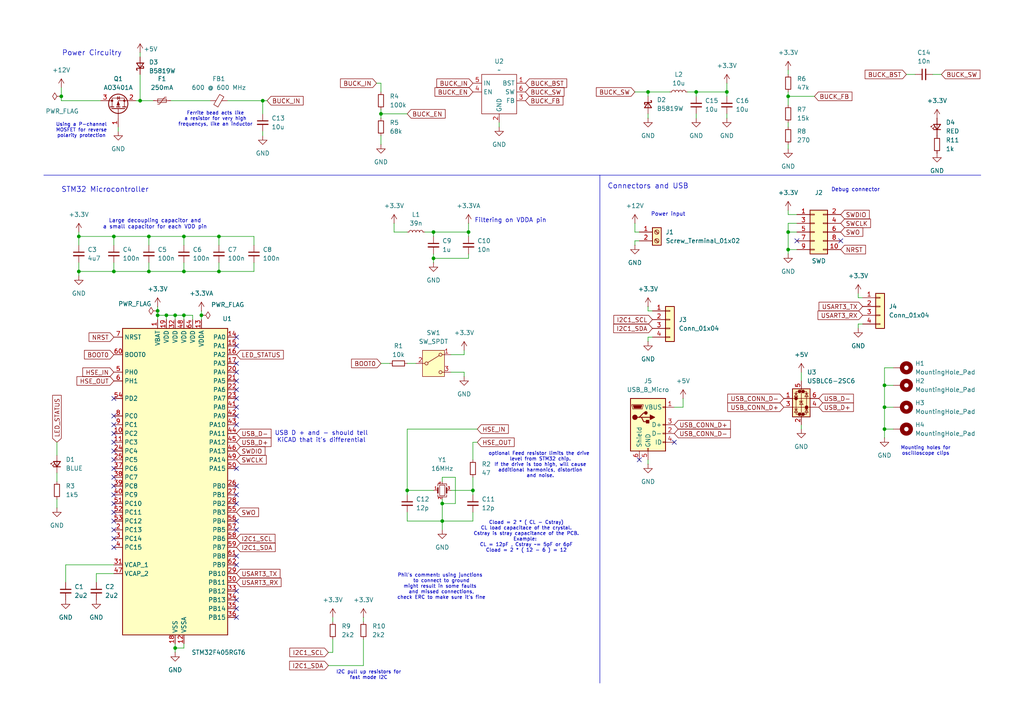
<source format=kicad_sch>
(kicad_sch (version 20231120) (generator "eeschema") (generator_version "8.0")
  (paper "A4")
  (title_block (title "STM32F4 Test Board") (date "2024-08-29") (rev "2.0") (company "Ben"))
  (junction (at 210.82 26.67))
  (junction (at 125.73 74.93))
  (junction (at 228.6 67.31))
  (junction (at 22.86 68.58))
  (junction (at 53.34 68.58))
  (junction (at 17.78 27.94))
  (junction (at 228.6 72.39))
  (junction (at 63.5 68.58))
  (junction (at 76.2 29.21))
  (junction (at 118.11 142.24))
  (junction (at 128.27 151.13))
  (junction (at 50.8 91.44))
  (junction (at 50.8 187.96))
  (junction (at 228.6 27.94))
  (junction (at 137.16 142.24))
  (junction (at 43.18 68.58))
  (junction (at 187.96 26.67))
  (junction (at 256.54 111.76))
  (junction (at 256.54 124.46))
  (junction (at 125.73 67.31))
  (junction (at 45.72 91.44))
  (junction (at 201.93 26.67))
  (junction (at 135.89 67.31))
  (junction (at 22.86 78.74))
  (junction (at 110.49 33.02))
  (junction (at 128.27 146.05))
  (junction (at 45.72 90.17))
  (junction (at 33.02 78.74))
  (junction (at 33.02 68.58))
  (junction (at 40.64 29.21))
  (junction (at 48.26 91.44))
  (junction (at 256.54 118.11))
  (junction (at 43.18 78.74))
  (junction (at 53.34 78.74))
  (junction (at 58.42 91.44))
  (junction (at 63.5 78.74))
  (junction (at 53.34 91.44))
  (no_connect (at 68.58 171.45))
  (no_connect (at 33.02 115.57))
  (no_connect (at 68.58 135.89))
  (no_connect (at 243.84 69.85))
  (no_connect (at 33.02 151.13))
  (no_connect (at 33.02 123.19))
  (no_connect (at 231.14 69.85))
  (no_connect (at 68.58 113.03))
  (no_connect (at 33.02 125.73))
  (no_connect (at 33.02 156.21))
  (no_connect (at 68.58 115.57))
  (no_connect (at 68.58 143.51))
  (no_connect (at 33.02 128.27))
  (no_connect (at 68.58 153.67))
  (no_connect (at 68.58 123.19))
  (no_connect (at 68.58 97.79))
  (no_connect (at 68.58 176.53))
  (no_connect (at 33.02 138.43))
  (no_connect (at 33.02 153.67))
  (no_connect (at 68.58 146.05))
  (no_connect (at 185.42 133.35))
  (no_connect (at 33.02 158.75))
  (no_connect (at 68.58 163.83))
  (no_connect (at 33.02 146.05))
  (no_connect (at 68.58 173.99))
  (no_connect (at 68.58 110.49))
  (no_connect (at 68.58 120.65))
  (no_connect (at 68.58 151.13))
  (no_connect (at 33.02 143.51))
  (no_connect (at 68.58 161.29))
  (no_connect (at 195.58 128.27))
  (no_connect (at 33.02 148.59))
  (no_connect (at 68.58 118.11))
  (no_connect (at 33.02 140.97))
  (no_connect (at 68.58 105.41))
  (no_connect (at 68.58 179.07))
  (no_connect (at 33.02 133.35))
  (no_connect (at 68.58 107.95))
  (no_connect (at 68.58 140.97))
  (no_connect (at 33.02 135.89))
  (no_connect (at 33.02 130.81))
  (no_connect (at 68.58 100.33))
  (no_connect (at 33.02 120.65))
  (wire (pts (xy 16.51 128.27) (xy 16.51 132.08)))
  (wire (pts (xy 125.73 73.66) (xy 125.73 74.93)))
  (wire (pts (xy 132.08 146.05) (xy 128.27 146.05)))
  (wire (pts (xy 40.64 29.21) (xy 44.45 29.21)))
  (wire (pts (xy 198.12 115.57) (xy 198.12 118.11)))
  (wire (pts (xy 48.26 91.44) (xy 50.8 91.44)))
  (wire (pts (xy 118.11 142.24) (xy 118.11 143.51)))
  (wire (pts (xy 76.2 29.21) (xy 76.2 33.02)))
  (wire (pts (xy 118.11 105.41) (xy 120.65 105.41)))
  (wire (pts (xy 53.34 91.44) (xy 53.34 92.71)))
  (wire (pts (xy 17.78 25.4) (xy 17.78 27.94)))
  (wire (pts (xy 256.54 124.46) (xy 259.08 124.46)))
  (wire (pts (xy 228.6 35.56) (xy 228.6 36.83)))
  (wire (pts (xy 187.96 88.9) (xy 187.96 90.17)))
  (wire (pts (xy 256.54 118.11) (xy 259.08 118.11)))
  (wire (pts (xy 53.34 187.96) (xy 53.34 186.69)))
  (wire (pts (xy 50.8 186.69) (xy 50.8 187.96)))
  (wire (pts (xy 110.49 33.02) (xy 110.49 34.29)))
  (wire (pts (xy 110.49 39.37) (xy 110.49 41.91)))
  (wire (pts (xy 262.89 21.59) (xy 265.43 21.59)))
  (wire (pts (xy 228.6 67.31) (xy 231.14 67.31)))
  (wire (pts (xy 228.6 60.96) (xy 228.6 62.23)))
  (polyline (pts (xy 173.99 50.8) (xy 284.48 50.8)))
  (wire (pts (xy 16.51 144.78) (xy 16.51 147.32)))
  (wire (pts (xy 58.42 91.44) (xy 58.42 92.71)))
  (wire (pts (xy 22.86 78.74) (xy 22.86 76.2)))
  (wire (pts (xy 130.81 142.24) (xy 137.16 142.24)))
  (wire (pts (xy 110.49 31.75) (xy 110.49 33.02)))
  (wire (pts (xy 210.82 24.13) (xy 210.82 26.67)))
  (wire (pts (xy 118.11 124.46) (xy 118.11 142.24)))
  (wire (pts (xy 114.3 64.77) (xy 114.3 67.31)))
  (wire (pts (xy 43.18 68.58) (xy 43.18 71.12)))
  (wire (pts (xy 187.96 133.35) (xy 187.96 134.62)))
  (wire (pts (xy 110.49 105.41) (xy 113.03 105.41)))
  (wire (pts (xy 22.86 78.74) (xy 22.86 80.01)))
  (wire (pts (xy 45.72 90.17) (xy 45.72 91.44)))
  (wire (pts (xy 228.6 26.67) (xy 228.6 27.94)))
  (wire (pts (xy 248.92 85.09) (xy 248.92 86.36)))
  (wire (pts (xy 43.18 68.58) (xy 33.02 68.58)))
  (wire (pts (xy 45.72 91.44) (xy 45.72 92.71)))
  (wire (pts (xy 105.41 185.42) (xy 105.41 193.04)))
  (wire (pts (xy 232.41 123.19) (xy 232.41 124.46)))
  (wire (pts (xy 33.02 68.58) (xy 33.02 71.12)))
  (wire (pts (xy 118.11 148.59) (xy 118.11 151.13)))
  (wire (pts (xy 39.37 29.21) (xy 40.64 29.21)))
  (wire (pts (xy 128.27 144.78) (xy 128.27 146.05)))
  (wire (pts (xy 73.66 78.74) (xy 63.5 78.74)))
  (wire (pts (xy 17.78 29.21) (xy 29.21 29.21)))
  (wire (pts (xy 49.53 29.21) (xy 60.96 29.21)))
  (wire (pts (xy 58.42 90.17) (xy 58.42 91.44)))
  (wire (pts (xy 128.27 151.13) (xy 137.16 151.13)))
  (wire (pts (xy 137.16 138.43) (xy 137.16 142.24)))
  (wire (pts (xy 128.27 139.7) (xy 128.27 138.43)))
  (wire (pts (xy 16.51 137.16) (xy 16.51 139.7)))
  (wire (pts (xy 43.18 78.74) (xy 33.02 78.74)))
  (wire (pts (xy 130.81 107.95) (xy 134.62 107.95)))
  (wire (pts (xy 228.6 67.31) (xy 228.6 72.39)))
  (wire (pts (xy 63.5 68.58) (xy 63.5 71.12)))
  (wire (pts (xy 189.23 97.79) (xy 187.96 97.79)))
  (wire (pts (xy 40.64 21.59) (xy 40.64 29.21)))
  (wire (pts (xy 138.43 128.27) (xy 137.16 128.27)))
  (wire (pts (xy 33.02 166.37) (xy 27.94 166.37)))
  (wire (pts (xy 228.6 27.94) (xy 228.6 30.48)))
  (wire (pts (xy 76.2 38.1) (xy 76.2 39.37)))
  (wire (pts (xy 45.72 88.9) (xy 45.72 90.17)))
  (wire (pts (xy 118.11 151.13) (xy 128.27 151.13)))
  (wire (pts (xy 135.89 74.93) (xy 125.73 74.93)))
  (wire (pts (xy 63.5 78.74) (xy 53.34 78.74)))
  (wire (pts (xy 53.34 68.58) (xy 53.34 71.12)))
  (wire (pts (xy 109.22 24.13) (xy 110.49 24.13)))
  (wire (pts (xy 73.66 76.2) (xy 73.66 78.74)))
  (wire (pts (xy 185.42 69.85) (xy 184.15 69.85)))
  (wire (pts (xy 228.6 27.94) (xy 236.22 27.94)))
  (wire (pts (xy 256.54 118.11) (xy 256.54 124.46)))
  (wire (pts (xy 201.93 33.02) (xy 201.93 34.29)))
  (wire (pts (xy 73.66 68.58) (xy 63.5 68.58)))
  (wire (pts (xy 110.49 24.13) (xy 110.49 26.67)))
  (wire (pts (xy 50.8 187.96) (xy 53.34 187.96)))
  (wire (pts (xy 248.92 86.36) (xy 250.19 86.36)))
  (wire (pts (xy 228.6 72.39) (xy 228.6 73.66)))
  (wire (pts (xy 137.16 151.13) (xy 137.16 148.59)))
  (wire (pts (xy 135.89 67.31) (xy 125.73 67.31)))
  (wire (pts (xy 53.34 68.58) (xy 43.18 68.58)))
  (wire (pts (xy 184.15 67.31) (xy 185.42 67.31)))
  (wire (pts (xy 53.34 76.2) (xy 53.34 78.74)))
  (wire (pts (xy 232.41 107.95) (xy 232.41 110.49)))
  (wire (pts (xy 228.6 72.39) (xy 231.14 72.39)))
  (wire (pts (xy 187.96 90.17) (xy 189.23 90.17)))
  (wire (pts (xy 73.66 71.12) (xy 73.66 68.58)))
  (wire (pts (xy 187.96 26.67) (xy 194.31 26.67)))
  (wire (pts (xy 33.02 163.83) (xy 19.05 163.83)))
  (wire (pts (xy 199.39 26.67) (xy 201.93 26.67)))
  (wire (pts (xy 33.02 78.74) (xy 22.86 78.74)))
  (wire (pts (xy 135.89 68.58) (xy 135.89 67.31)))
  (wire (pts (xy 76.2 29.21) (xy 77.47 29.21)))
  (wire (pts (xy 27.94 166.37) (xy 27.94 168.91)))
  (wire (pts (xy 228.6 62.23) (xy 231.14 62.23)))
  (wire (pts (xy 17.78 27.94) (xy 17.78 29.21)))
  (wire (pts (xy 132.08 138.43) (xy 132.08 146.05)))
  (wire (pts (xy 250.19 93.98) (xy 248.92 93.98)))
  (polyline (pts (xy 12.7 50.8) (xy 173.99 50.8)))
  (wire (pts (xy 128.27 151.13) (xy 128.27 153.67)))
  (wire (pts (xy 184.15 26.67) (xy 187.96 26.67)))
  (wire (pts (xy 134.62 102.87) (xy 134.62 101.6)))
  (wire (pts (xy 187.96 33.02) (xy 187.96 34.29)))
  (wire (pts (xy 134.62 107.95) (xy 134.62 109.22)))
  (wire (pts (xy 270.51 21.59) (xy 273.05 21.59)))
  (wire (pts (xy 210.82 34.29) (xy 210.82 33.02)))
  (wire (pts (xy 231.14 64.77) (xy 228.6 64.77)))
  (wire (pts (xy 125.73 142.24) (xy 118.11 142.24)))
  (wire (pts (xy 228.6 20.32) (xy 228.6 21.59)))
  (polyline (pts (xy 173.99 50.8) (xy 173.99 198.12)))
  (wire (pts (xy 135.89 64.77) (xy 135.89 67.31)))
  (wire (pts (xy 184.15 69.85) (xy 184.15 71.12)))
  (wire (pts (xy 105.41 179.07) (xy 105.41 180.34)))
  (wire (pts (xy 53.34 78.74) (xy 43.18 78.74)))
  (wire (pts (xy 137.16 142.24) (xy 137.16 143.51)))
  (wire (pts (xy 128.27 138.43) (xy 132.08 138.43)))
  (wire (pts (xy 55.88 91.44) (xy 55.88 92.71)))
  (wire (pts (xy 53.34 91.44) (xy 55.88 91.44)))
  (wire (pts (xy 96.52 189.23) (xy 95.25 189.23)))
  (wire (pts (xy 96.52 179.07) (xy 96.52 180.34)))
  (wire (pts (xy 256.54 106.68) (xy 256.54 111.76)))
  (wire (pts (xy 248.92 93.98) (xy 248.92 95.25)))
  (wire (pts (xy 228.6 64.77) (xy 228.6 67.31)))
  (wire (pts (xy 138.43 124.46) (xy 118.11 124.46)))
  (wire (pts (xy 137.16 128.27) (xy 137.16 133.35)))
  (wire (pts (xy 187.96 97.79) (xy 187.96 99.06)))
  (wire (pts (xy 114.3 67.31) (xy 118.11 67.31)))
  (wire (pts (xy 22.86 68.58) (xy 22.86 71.12)))
  (wire (pts (xy 201.93 26.67) (xy 210.82 26.67)))
  (wire (pts (xy 50.8 91.44) (xy 50.8 92.71)))
  (wire (pts (xy 201.93 26.67) (xy 201.93 27.94)))
  (wire (pts (xy 187.96 26.67) (xy 187.96 27.94)))
  (wire (pts (xy 43.18 76.2) (xy 43.18 78.74)))
  (wire (pts (xy 48.26 91.44) (xy 48.26 92.71)))
  (wire (pts (xy 63.5 68.58) (xy 53.34 68.58)))
  (wire (pts (xy 256.54 111.76) (xy 256.54 118.11)))
  (wire (pts (xy 228.6 41.91) (xy 228.6 43.18)))
  (wire (pts (xy 130.81 102.87) (xy 134.62 102.87)))
  (wire (pts (xy 63.5 76.2) (xy 63.5 78.74)))
  (wire (pts (xy 128.27 146.05) (xy 128.27 151.13)))
  (wire (pts (xy 110.49 33.02) (xy 118.11 33.02)))
  (wire (pts (xy 259.08 106.68) (xy 256.54 106.68)))
  (wire (pts (xy 210.82 27.94) (xy 210.82 26.67)))
  (wire (pts (xy 144.78 35.56) (xy 144.78 36.83)))
  (wire (pts (xy 256.54 111.76) (xy 259.08 111.76)))
  (wire (pts (xy 105.41 193.04) (xy 95.25 193.04)))
  (wire (pts (xy 50.8 187.96) (xy 50.8 189.23)))
  (wire (pts (xy 33.02 76.2) (xy 33.02 78.74)))
  (wire (pts (xy 184.15 64.77) (xy 184.15 67.31)))
  (wire (pts (xy 66.04 29.21) (xy 76.2 29.21)))
  (wire (pts (xy 198.12 118.11) (xy 195.58 118.11)))
  (wire (pts (xy 125.73 74.93) (xy 125.73 76.2)))
  (wire (pts (xy 34.29 36.83) (xy 34.29 38.1)))
  (wire (pts (xy 123.19 67.31) (xy 125.73 67.31)))
  (wire (pts (xy 96.52 185.42) (xy 96.52 189.23)))
  (wire (pts (xy 22.86 67.31) (xy 22.86 68.58)))
  (wire (pts (xy 40.64 15.24) (xy 40.64 16.51)))
  (wire (pts (xy 45.72 91.44) (xy 48.26 91.44)))
  (wire (pts (xy 125.73 67.31) (xy 125.73 68.58)))
  (wire (pts (xy 50.8 91.44) (xy 53.34 91.44)))
  (wire (pts (xy 256.54 124.46) (xy 256.54 127)))
  (wire (pts (xy 33.02 68.58) (xy 22.86 68.58)))
  (wire (pts (xy 19.05 163.83) (xy 19.05 168.91)))
  (wire (pts (xy 135.89 73.66) (xy 135.89 74.93)))
  (text "Ferrite bead acts like\na resistor for very high\nfrequencys, like an inductor" (at 62.484 34.544 0) (effects (font (size 1 1))))
  (text "STM32 Microcontroller" (at 30.48 55.118 0) (effects (font (size 1.5 1.5))))
  (text "Mounting holes for\noscilloscope clips" (at 268.478 130.81 0) (effects (font (size 1 1))))
  (text "Filtering on VDDA pin" (at 148.082 64.008 0) (effects (font (size 1.27 1.27))))
  (text "Power Circuitry" (at 26.67 15.494 0) (effects (font (size 1.5 1.5))))
  (text "USB D + and - should tell\nKiCAD that it's differential" (at 93.218 126.746 0) (effects (font (size 1.27 1.27))))
  (text "Using a P-channel\nMOSFET for reverse\npolarity protection" (at 23.622 37.846 0) (effects (font (size 1 1))))
  (text "Phil's comment: using junctions \nto connect to ground\nmight result in some faults \nand missed connections,\ncheck ERC to make sure it's fine" (at 128.016 170.18 0) (effects (font (size 1 1))))
  (text "Connectors and USB" (at 187.96 54.102 0) (effects (font (size 1.5 1.5))))
  (text "Large decoupling capacitor and\na small capacitor for each VDD pin" (at 44.958 65.024 0) (effects (font (size 1.1 1.1))))
  (text "Power input" (at 193.802 62.23 0) (effects (font (size 1.1 1.1))))
  (text "I2C pull up resistors for\nfast mode I2C" (at 106.934 195.834 0) (effects (font (size 1 1))))
  (text "Debug connector" (at 248.158 55.118 0) (effects (font (size 1.1 1.1))))
  (text "Cload = 2 * ( CL - Cstray)\nCL load capacitace of the crystal.\nCstray is stray capacitance of the PCB.\nExample: \nCL = 12pF , Cstray ~= 5pF or 6pF\nCload = 2 * ( 12 - 6 ) = 12" (at 152.654 155.702 0) (effects (font (size 1 1))))
  (text "optional Feed resistor limits the drive \nlevel from STM32 chip.\nIf the drive is too high, will cause\nadditional harmonics, distortion\nand noise." (at 156.718 134.874 0) (effects (font (size 1 1))))
  (global_label "USART3_TX" (shape input) (at 250.19 88.9 180) (property "Intersheetrefs" "${INTERSHEET_REFS}" (effects (hide yes))))
  (global_label "USB_CONN_D+" (shape input) (at 227.33 118.11 180) (property "Intersheetrefs" "${INTERSHEET_REFS}" (effects (hide yes))))
  (global_label "SWCLK" (shape input) (at 68.58 133.35 0) (property "Intersheetrefs" "${INTERSHEET_REFS}" (effects (hide yes))))
  (global_label "BUCK_IN" (shape input) (at 77.47 29.21 0) (property "Intersheetrefs" "${INTERSHEET_REFS}" (effects (hide yes))))
  (global_label "USART3_RX" (shape input) (at 250.19 91.44 180) (property "Intersheetrefs" "${INTERSHEET_REFS}" (effects (hide yes))))
  (global_label "USB_CONN_D-" (shape input) (at 227.33 115.57 180) (property "Intersheetrefs" "${INTERSHEET_REFS}" (effects (hide yes))))
  (global_label "USB_D+" (shape input) (at 68.58 128.27 0) (property "Intersheetrefs" "${INTERSHEET_REFS}" (effects (hide yes))))
  (global_label "BUCK_FB" (shape input) (at 236.22 27.94 0) (property "Intersheetrefs" "${INTERSHEET_REFS}" (effects (hide yes))))
  (global_label "BUCK_SW" (shape input) (at 152.4 26.67 0) (property "Intersheetrefs" "${INTERSHEET_REFS}" (effects (hide yes))))
  (global_label "BUCK_BST" (shape input) (at 262.89 21.59 180) (property "Intersheetrefs" "${INTERSHEET_REFS}" (effects (hide yes))))
  (global_label "BUCK_EN" (shape input) (at 118.11 33.02 0) (property "Intersheetrefs" "${INTERSHEET_REFS}" (effects (hide yes))))
  (global_label "USB_CONN_D-" (shape input) (at 195.58 125.73 0) (property "Intersheetrefs" "${INTERSHEET_REFS}" (effects (hide yes))))
  (global_label "HSE_OUT" (shape input) (at 33.02 110.49 180) (property "Intersheetrefs" "${INTERSHEET_REFS}" (effects (hide yes))))
  (global_label "USART3_TX" (shape input) (at 68.58 166.37 0) (property "Intersheetrefs" "${INTERSHEET_REFS}" (effects (hide yes))))
  (global_label "LED_STATUS" (shape input) (at 16.51 128.27 90) (property "Intersheetrefs" "${INTERSHEET_REFS}" (effects (hide yes))))
  (global_label "SWDIO" (shape input) (at 68.58 130.81 0) (property "Intersheetrefs" "${INTERSHEET_REFS}" (effects (hide yes))))
  (global_label "USART3_RX" (shape input) (at 68.58 168.91 0) (property "Intersheetrefs" "${INTERSHEET_REFS}" (effects (hide yes))))
  (global_label "USB_CONN_D+" (shape input) (at 195.58 123.19 0) (property "Intersheetrefs" "${INTERSHEET_REFS}" (effects (hide yes))))
  (global_label "HSE_IN" (shape input) (at 138.43 124.46 0) (property "Intersheetrefs" "${INTERSHEET_REFS}" (effects (hide yes))))
  (global_label "BUCK_SW" (shape input) (at 273.05 21.59 0) (property "Intersheetrefs" "${INTERSHEET_REFS}" (effects (hide yes))))
  (global_label "BOOT0" (shape input) (at 33.02 102.87 180) (property "Intersheetrefs" "${INTERSHEET_REFS}" (effects (hide yes))))
  (global_label "USB_D-" (shape input) (at 68.58 125.73 0) (property "Intersheetrefs" "${INTERSHEET_REFS}" (effects (hide yes))))
  (global_label "SWDIO" (shape input) (at 243.84 62.23 0) (property "Intersheetrefs" "${INTERSHEET_REFS}" (effects (hide yes))))
  (global_label "SWO" (shape input) (at 68.58 148.59 0) (property "Intersheetrefs" "${INTERSHEET_REFS}" (effects (hide yes))))
  (global_label "BUCK_EN" (shape input) (at 137.16 26.67 180) (property "Intersheetrefs" "${INTERSHEET_REFS}" (effects (hide yes))))
  (global_label "I2C1_SCL" (shape input) (at 95.25 189.23 180) (property "Intersheetrefs" "${INTERSHEET_REFS}" (effects (hide yes))))
  (global_label "I2C1_SDA" (shape input) (at 189.23 95.25 180) (property "Intersheetrefs" "${INTERSHEET_REFS}" (effects (hide yes))))
  (global_label "BUCK_IN" (shape input) (at 109.22 24.13 180) (property "Intersheetrefs" "${INTERSHEET_REFS}" (effects (hide yes))))
  (global_label "SWO" (shape input) (at 243.84 67.31 0) (property "Intersheetrefs" "${INTERSHEET_REFS}" (effects (hide yes))))
  (global_label "LED_STATUS" (shape input) (at 68.58 102.87 0) (property "Intersheetrefs" "${INTERSHEET_REFS}" (effects (hide yes))))
  (global_label "BUCK_IN" (shape input) (at 137.16 24.13 180) (property "Intersheetrefs" "${INTERSHEET_REFS}" (effects (hide yes))))
  (global_label "USB_D+" (shape input) (at 237.49 118.11 0) (property "Intersheetrefs" "${INTERSHEET_REFS}" (effects (hide yes))))
  (global_label "I2C1_SDA" (shape input) (at 95.25 193.04 180) (property "Intersheetrefs" "${INTERSHEET_REFS}" (effects (hide yes))))
  (global_label "BOOT0" (shape input) (at 110.49 105.41 180) (property "Intersheetrefs" "${INTERSHEET_REFS}" (effects (hide yes))))
  (global_label "BUCK_SW" (shape input) (at 184.15 26.67 180) (property "Intersheetrefs" "${INTERSHEET_REFS}" (effects (hide yes))))
  (global_label "BUCK_FB" (shape input) (at 152.4 29.21 0) (property "Intersheetrefs" "${INTERSHEET_REFS}" (effects (hide yes))))
  (global_label "HSE_OUT" (shape input) (at 138.43 128.27 0) (property "Intersheetrefs" "${INTERSHEET_REFS}" (effects (hide yes))))
  (global_label "HSE_IN" (shape input) (at 33.02 107.95 180) (property "Intersheetrefs" "${INTERSHEET_REFS}" (effects (hide yes))))
  (global_label "I2C1_SCL" (shape input) (at 189.23 92.71 180) (property "Intersheetrefs" "${INTERSHEET_REFS}" (effects (hide yes))))
  (global_label "I2C1_SCL" (shape input) (at 68.58 156.21 0) (property "Intersheetrefs" "${INTERSHEET_REFS}" (effects (hide yes))))
  (global_label "USB_D-" (shape input) (at 237.49 115.57 0) (property "Intersheetrefs" "${INTERSHEET_REFS}" (effects (hide yes))))
  (global_label "NRST" (shape input) (at 243.84 72.39 0) (property "Intersheetrefs" "${INTERSHEET_REFS}" (effects (hide yes))))
  (global_label "NRST" (shape input) (at 33.02 97.79 180) (property "Intersheetrefs" "${INTERSHEET_REFS}" (effects (hide yes))))
  (global_label "I2C1_SDA" (shape input) (at 68.58 158.75 0) (property "Intersheetrefs" "${INTERSHEET_REFS}" (effects (hide yes))))
  (global_label "BUCK_BST" (shape input) (at 152.4 24.13 0) (property "Intersheetrefs" "${INTERSHEET_REFS}" (effects (hide yes))))
  (global_label "SWCLK" (shape input) (at 243.84 64.77 0) (property "Intersheetrefs" "${INTERSHEET_REFS}" (effects (hide yes))))
  (symbol (lib_id "power:GND") (at 134.62 109.22 0) (unit 1)
    (property "Reference" "#PWR07" (effects (hide yes)))
    (property "Value" "GND" (at 134.62 114.3 0))
    (property "Description" "Power symbol creates a global label with name \"GND\" , ground" (effects (hide yes)))
  )
  (symbol (lib_id "Device:L_Small") (at 120.65 67.31 90) (unit 1)
    (property "Reference" "L1" (at 120.65 62.23 90))
    (property "Value" "39n" (at 120.65 64.77 90))
    (property "Footprint" "Inductor_SMD:L_0402_1005Metric" (effects (hide yes)))
    (property "Description" "Inductor, small symbol" (effects (hide yes)))
  )
  (symbol (lib_id "Device:C_Small") (at 33.02 73.66 0) (unit 1)
    (property "Reference" "C4" (at 35.56 72.3962 0) (effects (justify left)))
    (property "Value" "100n" (at 35.56 74.9362 0) (effects (justify left)))
    (property "Footprint" "Capacitor_SMD:C_0402_1005Metric" (effects (hide yes)))
    (property "Description" "Unpolarized capacitor, small symbol" (effects (hide yes)))
  )
  (symbol (lib_id "power:GND") (at 19.05 173.99 0) (unit 1)
    (property "Reference" "#PWR04" (effects (hide yes)))
    (property "Value" "GND" (at 19.05 179.07 0))
    (property "Description" "Power symbol creates a global label with name \"GND\" , ground" (effects (hide yes)))
  )
  (symbol (lib_id "Device:LED_Small") (at 16.51 134.62 90) (unit 1)
    (property "Reference" "D1" (at 19.05 133.2864 90) (effects (justify right)))
    (property "Value" "BLUE" (at 19.05 135.8264 90) (effects (justify right)))
    (property "Footprint" "LED_SMD:LED_0603_1608Metric" (effects (hide yes)))
    (property "Description" "Light emitting diode, small symbol" (effects (hide yes)))
  )
  (symbol (lib_id "power:PWR_FLAG") (at 17.78 27.94 90) (unit 1)
    (property "Reference" "#FLG01" (effects (hide yes)))
    (property "Value" "PWR_FLAG" (at 22.86 32.258 90) (effects (justify left)))
    (property "Description" "Special symbol for telling ERC where power comes from" (effects (hide yes)))
  )
  (symbol (lib_id "power:GND") (at 144.78 36.83 0) (unit 1)
    (property "Reference" "#PWR015" (effects (hide yes)))
    (property "Value" "GND" (at 144.78 41.91 0))
    (property "Description" "Power symbol creates a global label with name \"GND\" , ground" (effects (hide yes)))
  )
  (symbol (lib_id "Mechanical:MountingHole_Pad") (at 261.62 111.76 270) (unit 1) (exclude_from_sim yes) (in_bom no)
    (property "Reference" "H2" (at 265.43 110.4899 90) (effects (justify left)))
    (property "Value" "MountingHole_Pad" (at 265.43 113.0299 90) (effects (justify left)))
    (property "Footprint" "MountingHole:MountingHole_4.3mm_M4_Pad_Via" (effects (hide yes)))
    (property "Description" "Mounting Hole with connection" (effects (hide yes)))
  )
  (symbol (lib_id "Device:C_Small") (at 210.82 30.48 180) (unit 1)
    (property "Reference" "C16" (at 213.36 29.2035 0) (effects (justify right)))
    (property "Value" "10u" (at 213.36 31.7435 0) (effects (justify right)))
    (property "Footprint" "Capacitor_SMD:C_1206_3216Metric" (effects (hide yes)))
    (property "Description" "Unpolarized capacitor, small symbol" (effects (hide yes)))
  )
  (symbol (lib_id "power:PWR_FLAG") (at 58.42 91.44 270) (unit 1)
    (property "Reference" "#FLG03" (effects (hide yes)))
    (property "Value" "PWR_FLAG" (at 61.214 88.392 90) (effects (justify left)))
    (property "Description" "Special symbol for telling ERC where power comes from" (effects (hide yes)))
  )
  (symbol (lib_id "Device:C_Small") (at 125.73 71.12 0) (unit 1)
    (property "Reference" "C9" (at 128.27 69.8562 0) (effects (justify left)))
    (property "Value" "1u" (at 128.27 72.3962 0) (effects (justify left)))
    (property "Footprint" "Capacitor_SMD:C_0402_1005Metric" (effects (hide yes)))
    (property "Description" "Unpolarized capacitor, small symbol" (effects (hide yes)))
  )
  (symbol (lib_id "Device:R_Small") (at 228.6 39.37 0) (unit 1)
    (property "Reference" "R8" (at 231.14 38.0999 0) (effects (justify left)))
    (property "Value" "270" (at 231.14 40.6399 0) (effects (justify left)))
    (property "Footprint" "Resistor_SMD:R_0603_1608Metric" (effects (hide yes)))
    (property "Description" "Resistor, small symbol" (effects (hide yes)))
  )
  (symbol (lib_id "Device:Crystal_GND24_Small") (at 128.27 142.24 0) (unit 1)
    (property "Reference" "Y1" (at 128.27 133.35 0))
    (property "Value" "16MHz" (at 128.27 135.89 0))
    (property "Footprint" "Crystal:Crystal_SMD_3225-4Pin_3.2x2.5mm" (effects (hide yes)))
    (property "Description" "Four pin crystal, GND on pins 2 and 4, small symbol" (effects (hide yes)))
  )
  (symbol (lib_id "Device:C_Small") (at 73.66 73.66 0) (unit 1)
    (property "Reference" "C8" (at 76.2 72.3962 0) (effects (justify left)))
    (property "Value" "100n" (at 76.2 74.9362 0) (effects (justify left)))
    (property "Footprint" "Capacitor_SMD:C_0402_1005Metric" (effects (hide yes)))
    (property "Description" "Unpolarized capacitor, small symbol" (effects (hide yes)))
  )
  (symbol (lib_id "Device:L_Small") (at 196.85 26.67 90) (unit 1)
    (property "Reference" "L2" (at 196.85 21.59 90))
    (property "Value" "10u" (at 196.85 24.13 90))
    (property "Footprint" "Inductor_SMD:L_Sunlord_MWSA0503S" (effects (hide yes)))
    (property "Description" "Inductor, small symbol" (effects (hide yes)))
  )
  (symbol (lib_id "power:GND") (at 128.27 153.67 0) (unit 1)
    (property "Reference" "#PWR013" (effects (hide yes)))
    (property "Value" "GND" (at 128.27 158.75 0))
    (property "Description" "Power symbol creates a global label with name \"GND\" , ground" (effects (hide yes)))
  )
  (symbol (lib_id "Device:C_Small") (at 63.5 73.66 0) (unit 1)
    (property "Reference" "C7" (at 66.04 72.3962 0) (effects (justify left)))
    (property "Value" "100n" (at 66.04 74.9362 0) (effects (justify left)))
    (property "Footprint" "Capacitor_SMD:C_0402_1005Metric" (effects (hide yes)))
    (property "Description" "Unpolarized capacitor, small symbol" (effects (hide yes)))
  )
  (symbol (lib_id "power:+12V") (at 17.78 25.4 0) (unit 1)
    (property "Reference" "#PWR016" (effects (hide yes)))
    (property "Value" "+12V" (at 17.78 20.32 0))
    (property "Description" "Power symbol creates a global label with name \"+12V\"" (effects (hide yes)))
  )
  (symbol (lib_id "Device:LED_Small") (at 271.78 36.83 90) (unit 1)
    (property "Reference" "D4" (at 274.32 35.4964 90) (effects (justify right)))
    (property "Value" "RED" (at 274.32 38.0364 90) (effects (justify right)))
    (property "Footprint" "LED_SMD:LED_0603_1608Metric" (effects (hide yes)))
    (property "Description" "Light emitting diode, small symbol" (effects (hide yes)))
  )
  (symbol (lib_id "power:GND") (at 201.93 34.29 0) (unit 1)
    (property "Reference" "#PWR021" (effects (hide yes)))
    (property "Value" "GND" (at 201.93 39.37 0))
    (property "Description" "Power symbol creates a global label with name \"GND\" , ground" (effects (hide yes)))
  )
  (symbol (lib_id "Device:C_Small") (at 19.05 171.45 0) (unit 1)
    (property "Reference" "C1" (at 21.59 170.1862 0) (effects (justify left)))
    (property "Value" "2u2" (at 21.59 172.7262 0) (effects (justify left)))
    (property "Footprint" "Capacitor_SMD:C_0603_1608Metric" (effects (hide yes)))
    (property "Description" "Unpolarized capacitor, small symbol" (effects (hide yes)))
  )
  (symbol (lib_id "power:+5V") (at 198.12 115.57 0) (unit 1)
    (property "Reference" "#PWR038" (effects (hide yes)))
    (property "Value" "+5V" (at 198.12 110.49 0))
    (property "Description" "Power symbol creates a global label with name \"+5V\"" (effects (hide yes)))
  )
  (symbol (lib_id "Connector_Generic:Conn_01x04") (at 255.27 88.9 0) (unit 1)
    (property "Reference" "J4" (at 257.81 88.8999 0) (effects (justify left)))
    (property "Value" "Conn_01x04" (at 257.81 91.4399 0) (effects (justify left)))
    (property "Footprint" "Connector_Molex:Molex_PicoBlade_53048-0410_1x04_P1.25mm_Horizontal" (effects (hide yes)))
    (property "Description" "Generic connector, single row, 01x04, script generated (kicad-library-utils/schlib/autogen/connector/)" (effects (hide yes)))
  )
  (symbol (lib_id "Device:FerriteBead_Small") (at 63.5 29.21 90) (unit 1)
    (property "Reference" "FB1" (at 63.4619 22.86 90))
    (property "Value" "600 @ 600 MHz" (at 63.4619 25.4 90))
    (property "Footprint" "Inductor_SMD:L_0805_2012Metric" (effects (hide yes)))
    (property "Description" "Ferrite bead, small symbol" (effects (hide yes)))
  )
  (symbol (lib_id "power:+3.3V") (at 210.82 24.13 0) (unit 1)
    (property "Reference" "#PWR023" (effects (hide yes)))
    (property "Value" "+3.3V" (at 210.82 19.05 0))
    (property "Description" "Power symbol creates a global label with name \"+3.3V\"" (effects (hide yes)))
  )
  (symbol (lib_id "Device:R_Small") (at 228.6 33.02 0) (unit 1)
    (property "Reference" "R7" (at 231.14 31.7499 0) (effects (justify left)))
    (property "Value" "15k" (at 231.14 34.2899 0) (effects (justify left)))
    (property "Footprint" "Resistor_SMD:R_0603_1608Metric" (effects (hide yes)))
    (property "Description" "Resistor, small symbol" (effects (hide yes)))
  )
  (symbol (lib_id "Mechanical:MountingHole_Pad") (at 261.62 124.46 270) (unit 1) (exclude_from_sim yes) (in_bom no)
    (property "Reference" "H4" (at 265.43 123.1899 90) (effects (justify left)))
    (property "Value" "MountingHole_Pad" (at 265.43 125.7299 90) (effects (justify left)))
    (property "Footprint" "MountingHole:MountingHole_4.3mm_M4_Pad_Via" (effects (hide yes)))
    (property "Description" "Mounting Hole with connection" (effects (hide yes)))
  )
  (symbol (lib_id "Device:C_Small") (at 201.93 30.48 180) (unit 1)
    (property "Reference" "C15" (at 204.47 29.2035 0) (effects (justify right)))
    (property "Value" "10u" (at 204.47 31.7435 0) (effects (justify right)))
    (property "Footprint" "Capacitor_SMD:C_1206_3216Metric" (effects (hide yes)))
    (property "Description" "Unpolarized capacitor, small symbol" (effects (hide yes)))
  )
  (symbol (lib_id "Device:C_Small") (at 135.89 71.12 0) (unit 1)
    (property "Reference" "C10" (at 138.43 69.8562 0) (effects (justify left)))
    (property "Value" "10n" (at 138.43 72.3962 0) (effects (justify left)))
    (property "Footprint" "Capacitor_SMD:C_0402_1005Metric" (effects (hide yes)))
    (property "Description" "Unpolarized capacitor, small symbol" (effects (hide yes)))
  )
  (symbol (lib_id "Device:C_Small") (at 27.94 171.45 0) (unit 1)
    (property "Reference" "C2" (at 30.48 170.1862 0) (effects (justify left)))
    (property "Value" "2u2" (at 30.48 172.7262 0) (effects (justify left)))
    (property "Footprint" "Capacitor_SMD:C_0603_1608Metric" (effects (hide yes)))
    (property "Description" "Unpolarized capacitor, small symbol" (effects (hide yes)))
  )
  (symbol (lib_id "Connector_Generic:Conn_01x04") (at 194.31 92.71 0) (unit 1)
    (property "Reference" "J3" (at 196.85 92.7099 0) (effects (justify left)))
    (property "Value" "Conn_01x04" (at 196.85 95.2499 0) (effects (justify left)))
    (property "Footprint" "Connector_Molex:Molex_PicoBlade_53048-0410_1x04_P1.25mm_Horizontal" (effects (hide yes)))
    (property "Description" "Generic connector, single row, 01x04, script generated (kicad-library-utils/schlib/autogen/connector/)" (effects (hide yes)))
  )
  (symbol (lib_id "power:GND") (at 184.15 71.12 0) (unit 1)
    (property "Reference" "#PWR026" (effects (hide yes)))
    (property "Value" "GND" (at 184.15 76.2 0))
    (property "Description" "Power symbol creates a global label with name \"GND\" , ground" (effects (hide yes)))
  )
  (symbol (lib_id "power:GND") (at 187.96 34.29 0) (unit 1)
    (property "Reference" "#PWR020" (effects (hide yes)))
    (property "Value" "GND" (at 187.96 39.37 0))
    (property "Description" "Power symbol creates a global label with name \"GND\" , ground" (effects (hide yes)))
  )
  (symbol (lib_id "Device:D_Schottky_Small") (at 40.64 19.05 90) (unit 1)
    (property "Reference" "D3" (at 43.18 18.0339 90) (effects (justify right)))
    (property "Value" "B5819W" (at 43.18 20.5739 90) (effects (justify right)))
    (property "Footprint" "Diode_SMD:D_SOD-123" (effects (hide yes)))
    (property "Description" "Schottky diode, small symbol" (effects (hide yes)))
  )
  (symbol (lib_id "Device:R_Small") (at 115.57 105.41 90) (unit 1)
    (property "Reference" "R1" (at 115.57 100.33 90))
    (property "Value" "10k" (at 115.57 102.87 90))
    (property "Footprint" "Resistor_SMD:R_0402_1005Metric" (effects (hide yes)))
    (property "Description" "Resistor, small symbol" (effects (hide yes)))
  )
  (symbol (lib_id "power:GND") (at 50.8 189.23 0) (unit 1)
    (property "Reference" "#PWR01" (effects (hide yes)))
    (property "Value" "GND" (at 50.8 194.31 0))
    (property "Description" "Power symbol creates a global label with name \"GND\" , ground" (effects (hide yes)))
  )
  (symbol (lib_id "power:GND") (at 125.73 76.2 0) (unit 1)
    (property "Reference" "#PWR011" (effects (hide yes)))
    (property "Value" "GND" (at 125.73 81.28 0))
    (property "Description" "Power symbol creates a global label with name \"GND\" , ground" (effects (hide yes)))
  )
  (symbol (lib_id "Mechanical:MountingHole_Pad") (at 261.62 106.68 270) (unit 1) (exclude_from_sim yes) (in_bom no)
    (property "Reference" "H1" (at 265.43 105.4099 90) (effects (justify left)))
    (property "Value" "MountingHole_Pad" (at 265.43 107.9499 90) (effects (justify left)))
    (property "Footprint" "MountingHole:MountingHole_4.3mm_M4_Pad_Via" (effects (hide yes)))
    (property "Description" "Mounting Hole with connection" (effects (hide yes)))
  )
  (symbol (lib_id "Device:R_Small") (at 137.16 135.89 180) (unit 1)
    (property "Reference" "R2" (at 139.7 134.6199 0) (effects (justify right)))
    (property "Value" "47" (at 139.7 137.1599 0) (effects (justify right)))
    (property "Footprint" "Resistor_SMD:R_0402_1005Metric" (effects (hide yes)))
    (property "Description" "Resistor, small symbol" (effects (hide yes)))
  )
  (symbol (lib_id "Device:Polyfuse_Small") (at 46.99 29.21 90) (unit 1)
    (property "Reference" "F1" (at 46.99 22.86 90))
    (property "Value" "250mA" (at 46.99 25.4 90))
    (property "Footprint" "Fuse:Fuse_1206_3216Metric" (effects (hide yes)))
    (property "Description" "Resettable fuse, polymeric positive temperature coefficient, small symbol" (effects (hide yes)))
  )
  (symbol (lib_id "power:GND") (at 228.6 73.66 0) (unit 1)
    (property "Reference" "#PWR029" (effects (hide yes)))
    (property "Value" "GND" (at 228.6 78.74 0))
    (property "Description" "Power symbol creates a global label with name \"GND\" , ground" (effects (hide yes)))
  )
  (symbol (lib_id "power:+3.3V") (at 187.96 88.9 0) (unit 1)
    (property "Reference" "#PWR032" (effects (hide yes)))
    (property "Value" "+3.3V" (at 187.96 83.82 0))
    (property "Description" "Power symbol creates a global label with name \"+3.3V\"" (effects (hide yes)))
  )
  (symbol (lib_id "Device:R_Small") (at 110.49 36.83 0) (unit 1)
    (property "Reference" "R5" (at 113.03 35.5599 0) (effects (justify left)))
    (property "Value" "68k" (at 113.03 38.0999 0) (effects (justify left)))
    (property "Footprint" "Resistor_SMD:R_0603_1608Metric" (effects (hide yes)))
    (property "Description" "Resistor, small symbol" (effects (hide yes)))
  )
  (symbol (lib_id "power:GND") (at 210.82 34.29 0) (unit 1)
    (property "Reference" "#PWR022" (effects (hide yes)))
    (property "Value" "GND" (at 210.82 39.37 0))
    (property "Description" "Power symbol creates a global label with name \"GND\" , ground" (effects (hide yes)))
  )
  (symbol (lib_id "power:+5V") (at 232.41 107.95 0) (unit 1)
    (property "Reference" "#PWR039" (effects (hide yes)))
    (property "Value" "+5V" (at 232.41 102.87 0))
    (property "Description" "Power symbol creates a global label with name \"+5V\"" (effects (hide yes)))
  )
  (symbol (lib_id "power:GND") (at 22.86 80.01 0) (unit 1)
    (property "Reference" "#PWR09" (effects (hide yes)))
    (property "Value" "GND" (at 22.86 85.09 0))
    (property "Description" "Power symbol creates a global label with name \"GND\" , ground" (effects (hide yes)))
  )
  (symbol (lib_id "Connector:Screw_Terminal_01x02") (at 190.5 67.31 0) (unit 1)
    (property "Reference" "J1" (at 193.04 67.3099 0) (effects (justify left)))
    (property "Value" "Screw_Terminal_01x02" (at 193.04 69.8499 0) (effects (justify left)))
    (property "Footprint" "TerminalBlock_Phoenix:TerminalBlock_Phoenix_PT-1,5-2-3.5-H_1x02_P3.50mm_Horizontal" (effects (hide yes)))
    (property "Description" "Generic screw terminal, single row, 01x02, script generated (kicad-library-utils/schlib/autogen/connector/)" (effects (hide yes)))
  )
  (symbol (lib_id "Device:R_Small") (at 105.41 182.88 180) (unit 1)
    (property "Reference" "R10" (at 107.95 181.6099 0) (effects (justify right)))
    (property "Value" "2k2" (at 107.95 184.1499 0) (effects (justify right)))
    (property "Footprint" "Resistor_SMD:R_0402_1005Metric" (effects (hide yes)))
    (property "Description" "Resistor, small symbol" (effects (hide yes)))
  )
  (symbol (lib_id "power:+3.3V") (at 228.6 60.96 0) (unit 1)
    (property "Reference" "#PWR028" (effects (hide yes)))
    (property "Value" "+3.3V" (at 228.6 55.88 0))
    (property "Description" "Power symbol creates a global label with name \"+3.3V\"" (effects (hide yes)))
  )
  (symbol (lib_id "power:+3.3V") (at 105.41 179.07 0) (unit 1)
    (property "Reference" "#PWR031" (effects (hide yes)))
    (property "Value" "+3.3V" (at 105.41 173.99 0))
    (property "Description" "Power symbol creates a global label with name \"+3.3V\"" (effects (hide yes)))
  )
  (symbol (lib_id "Device:C_Small") (at 22.86 73.66 0) (unit 1)
    (property "Reference" "C3" (at 25.4 72.3962 0) (effects (justify left)))
    (property "Value" "4u7" (at 25.4 74.9362 0) (effects (justify left)))
    (property "Footprint" "Capacitor_SMD:C_0603_1608Metric" (effects (hide yes)))
    (property "Description" "Unpolarized capacitor, small symbol" (effects (hide yes)))
  )
  (symbol (lib_id "power:+12V") (at 184.15 64.77 0) (unit 1)
    (property "Reference" "#PWR027" (effects (hide yes)))
    (property "Value" "+12V" (at 184.15 59.69 0))
    (property "Description" "Power symbol creates a global label with name \"+12V\"" (effects (hide yes)))
  )
  (symbol (lib_id "power:GND") (at 16.51 147.32 0) (unit 1)
    (property "Reference" "#PWR014" (effects (hide yes)))
    (property "Value" "GND" (at 16.51 152.4 0))
    (property "Description" "Power symbol creates a global label with name \"GND\" , ground" (effects (hide yes)))
  )
  (symbol (lib_id "power:GND") (at 232.41 124.46 0) (unit 1)
    (property "Reference" "#PWR040" (effects (hide yes)))
    (property "Value" "GND" (at 232.41 129.54 0))
    (property "Description" "Power symbol creates a global label with name \"GND\" , ground" (effects (hide yes)))
  )
  (symbol (lib_id "Device:C_Small") (at 43.18 73.66 0) (unit 1)
    (property "Reference" "C5" (at 45.72 72.3962 0) (effects (justify left)))
    (property "Value" "100n" (at 45.72 74.9362 0) (effects (justify left)))
    (property "Footprint" "Capacitor_SMD:C_0402_1005Metric" (effects (hide yes)))
    (property "Description" "Unpolarized capacitor, small symbol" (effects (hide yes)))
  )
  (symbol (lib_id "Connector_Generic:Conn_02x05_Odd_Even") (at 236.22 67.31 0) (unit 1)
    (property "Reference" "J2" (at 237.49 55.88 0))
    (property "Value" "SWD" (at 237.49 75.692 0))
    (property "Footprint" "Connector_PinSocket_1.27mm:PinSocket_2x05_P1.27mm_Vertical_SMD" (effects (hide yes)))
    (property "Description" "Generic connector, double row, 02x05, odd/even pin numbering scheme (row 1 odd numbers, row 2 even numbers), script generated (kicad-library-utils/schlib/autogen/connector/)" (effects (hide yes)))
  )
  (symbol (lib_id "Power_Protection:USBLC6-2SC6") (at 232.41 115.57 0) (unit 1)
    (property "Reference" "U3" (at 234.0611 107.95 0) (effects (justify left)))
    (property "Value" "USBLC6-2SC6" (at 234.0611 110.49 0) (effects (justify left)))
    (property "Footprint" "Package_TO_SOT_SMD:SOT-23-6" (effects (hide yes)))
    (property "Datasheet" "https://www.st.com/resource/en/datasheet/usblc6-2.pdf" (effects (hide yes)))
    (property "Description" "Very low capacitance ESD protection diode, 2 data-line, SOT-23-6" (effects (hide yes)))
  )
  (symbol (lib_id "Connector:USB_B_Micro") (at 187.96 123.19 0) (unit 1)
    (property "Reference" "J5" (at 187.96 110.49 0))
    (property "Value" "USB_B_Micro" (at 187.96 113.03 0))
    (property "Footprint" "Connector_USB:USB_Micro-B_Amphenol_10118193-0001LF_Horizontal" (effects (hide yes)))
    (property "Description" "USB Micro Type B connector" (effects (hide yes)))
  )
  (symbol (lib_id "Device:R_Small") (at 271.78 41.91 0) (unit 1)
    (property "Reference" "R11" (at 274.32 40.6399 0) (effects (justify left)))
    (property "Value" "1k" (at 274.32 43.1799 0) (effects (justify left)))
    (property "Footprint" "Resistor_SMD:R_0603_1608Metric" (effects (hide yes)))
    (property "Description" "Resistor, small symbol" (effects (hide yes)))
  )
  (symbol (lib_id "power:+3.3V") (at 45.72 88.9 0) (unit 1)
    (property "Reference" "#PWR02" (effects (hide yes)))
    (property "Value" "+3.3V" (at 45.72 83.82 0))
    (property "Description" "Power symbol creates a global label with name \"+3.3V\"" (effects (hide yes)))
  )
  (symbol (lib_id "power:GND") (at 187.96 134.62 0) (unit 1)
    (property "Reference" "#PWR036" (effects (hide yes)))
    (property "Value" "GND" (at 187.96 139.7 0))
    (property "Description" "Power symbol creates a global label with name \"GND\" , ground" (effects (hide yes)))
  )
  (symbol (lib_id "Device:C_Small") (at 76.2 35.56 0) (unit 1)
    (property "Reference" "C13" (at 78.74 34.2962 0) (effects (justify left)))
    (property "Value" "10u" (at 78.74 36.8362 0) (effects (justify left)))
    (property "Footprint" "Capacitor_SMD:C_1206_3216Metric" (effects (hide yes)))
    (property "Description" "Unpolarized capacitor, small symbol" (effects (hide yes)))
  )
  (symbol (lib_id "power:GND") (at 187.96 99.06 0) (unit 1)
    (property "Reference" "#PWR033" (effects (hide yes)))
    (property "Value" "GND" (at 187.96 104.14 0))
    (property "Description" "Power symbol creates a global label with name \"GND\" , ground" (effects (hide yes)))
  )
  (symbol (lib_id "power:+3.3V") (at 271.78 34.29 0) (unit 1)
    (property "Reference" "#PWR042" (effects (hide yes)))
    (property "Value" "+3.3V" (at 271.78 29.21 0))
    (property "Description" "Power symbol creates a global label with name \"+3.3V\"" (effects (hide yes)))
  )
  (symbol (lib_id "power:PWR_FLAG") (at 45.72 90.17 90) (unit 1)
    (property "Reference" "#FLG02" (effects (hide yes)))
    (property "Value" "PWR_FLAG" (at 43.942 88.138 90) (effects (justify left)))
    (property "Description" "Special symbol for telling ERC where power comes from" (effects (hide yes)))
  )
  (symbol (lib_id "power:+3.3V") (at 22.86 67.31 0) (unit 1)
    (property "Reference" "#PWR08" (effects (hide yes)))
    (property "Value" "+3.3V" (at 22.86 62.23 0))
    (property "Description" "Power symbol creates a global label with name \"+3.3V\"" (effects (hide yes)))
  )
  (symbol (lib_id "Switch:SW_SPDT") (at 125.73 105.41 0) (unit 1)
    (property "Reference" "SW1" (at 125.73 96.52 0))
    (property "Value" "SW_SPDT" (at 125.73 99.06 0))
    (property "Footprint" "Button_Switch_SMD:SW_SPDT_PCM12" (effects (hide yes)))
    (property "Description" "Switch, single pole double throw" (effects (hide yes)))
  )
  (symbol (lib_id "power:GND") (at 256.54 127 0) (unit 1)
    (property "Reference" "#PWR043" (effects (hide yes)))
    (property "Value" "GND" (at 256.54 132.08 0))
    (property "Description" "Power symbol creates a global label with name \"GND\" , ground" (effects (hide yes)))
  )
  (symbol (lib_id "power:GND") (at 110.49 41.91 0) (unit 1)
    (property "Reference" "#PWR019" (effects (hide yes)))
    (property "Value" "GND" (at 110.49 46.99 0))
    (property "Description" "Power symbol creates a global label with name \"GND\" , ground" (effects (hide yes)))
  )
  (symbol (lib_id "power:GND") (at 34.29 38.1 0) (unit 1)
    (property "Reference" "#PWR017" (effects (hide yes)))
    (property "Value" "GND" (at 34.29 43.18 0))
    (property "Description" "Power symbol creates a global label with name \"GND\" , ground" (effects (hide yes)))
  )
  (symbol (lib_id "power:GND") (at 27.94 173.99 0) (unit 1)
    (property "Reference" "#PWR05" (effects (hide yes)))
    (property "Value" "GND" (at 27.94 179.07 0))
    (property "Description" "Power symbol creates a global label with name \"GND\" , ground" (effects (hide yes)))
  )
  (symbol (lib_id "Mechanical:MountingHole_Pad") (at 261.62 118.11 270) (unit 1) (exclude_from_sim yes) (in_bom no)
    (property "Reference" "H3" (at 265.43 116.8399 90) (effects (justify left)))
    (property "Value" "MountingHole_Pad" (at 265.43 119.3799 90) (effects (justify left)))
    (property "Footprint" "MountingHole:MountingHole_4.3mm_M4_Pad_Via" (effects (hide yes)))
    (property "Description" "Mounting Hole with connection" (effects (hide yes)))
  )
  (symbol (lib_id "power:+3.3VA") (at 58.42 90.17 0) (unit 1)
    (property "Reference" "#PWR03" (effects (hide yes)))
    (property "Value" "+3.3VA" (at 58.42 85.09 0))
    (property "Description" "Power symbol creates a global label with name \"+3.3VA\"" (effects (hide yes)))
  )
  (symbol (lib_id "power:+3.3V") (at 114.3 64.77 0) (unit 1)
    (property "Reference" "#PWR010" (effects (hide yes)))
    (property "Value" "+3.3V" (at 114.3 59.69 0))
    (property "Description" "Power symbol creates a global label with name \"+3.3V\"" (effects (hide yes)))
  )
  (symbol (lib_id "Device:D_Schottky_Small") (at 187.96 30.48 270) (unit 1)
    (property "Reference" "D2" (at 190.5 28.9559 90) (effects (justify left)))
    (property "Value" "B5819W" (at 190.5 31.4959 90) (effects (justify left)))
    (property "Footprint" "Diode_SMD:D_SOD-123" (effects (hide yes)))
    (property "Description" "Schottky diode, small symbol" (effects (hide yes)))
  )
  (symbol (lib_id "Device:C_Small") (at 53.34 73.66 0) (unit 1)
    (property "Reference" "C6" (at 55.88 72.3962 0) (effects (justify left)))
    (property "Value" "100n" (at 55.88 74.9362 0) (effects (justify left)))
    (property "Footprint" "Capacitor_SMD:C_0402_1005Metric" (effects (hide yes)))
    (property "Description" "Unpolarized capacitor, small symbol" (effects (hide yes)))
  )
  (symbol (lib_id "Device:R_Small") (at 16.51 142.24 0) (unit 1)
    (property "Reference" "R3" (at 19.05 140.9699 0) (effects (justify left)))
    (property "Value" "1k5" (at 19.05 143.5099 0) (effects (justify left)))
    (property "Footprint" "Resistor_SMD:R_0603_1608Metric" (effects (hide yes)))
    (property "Description" "Resistor, small symbol" (effects (hide yes)))
  )
  (symbol (lib_id "MCU_ST_STM32F4:STM32F405RGTx") (at 50.8 140.97 0) (unit 1)
    (property "Reference" "U1" (at 64.516 92.456 0) (effects (justify left)))
    (property "Value" "STM32F405RGT6" (at 55.5341 189.23 0) (effects (justify left)))
    (property "Footprint" "Package_QFP:LQFP-64_10x10mm_P0.5mm" (effects (hide yes)))
    (property "Datasheet" "https://www.st.com/resource/en/datasheet/stm32f405rg.pdf" (effects (hide yes)))
    (property "Description" "STMicroelectronics Arm Cortex-M4 MCU, 1024KB flash, 192KB RAM, 168 MHz, 1.8-3.6V, 51 GPIO, LQFP64" (effects (hide yes)))
  )
  (symbol (lib_id "power:GND") (at 228.6 43.18 0) (unit 1)
    (property "Reference" "#PWR025" (effects (hide yes)))
    (property "Value" "GND" (at 228.6 48.26 0))
    (property "Description" "Power symbol creates a global label with name \"GND\" , ground" (effects (hide yes)))
  )
  (symbol (lib_id "power:+3.3V") (at 134.62 101.6 0) (unit 1)
    (property "Reference" "#PWR06" (effects (hide yes)))
    (property "Value" "+3.3V" (at 134.62 96.52 0))
    (property "Description" "Power symbol creates a global label with name \"+3.3V\"" (effects (hide yes)))
  )
  (symbol (lib_id "power:+3.3V") (at 228.6 20.32 0) (unit 1)
    (property "Reference" "#PWR024" (effects (hide yes)))
    (property "Value" "+3.3V" (at 228.6 15.24 0))
    (property "Description" "Power symbol creates a global label with name \"+3.3V\"" (effects (hide yes)))
  )
  (symbol (lib_id "Device:R_Small") (at 228.6 24.13 0) (unit 1)
    (property "Reference" "R6" (at 231.14 22.8599 0) (effects (justify left)))
    (property "Value" "47k" (at 231.14 25.3999 0) (effects (justify left)))
    (property "Footprint" "Resistor_SMD:R_0603_1608Metric" (effects (hide yes)))
    (property "Description" "Resistor, small symbol" (effects (hide yes)))
  )
  (symbol (lib_id "Device:C_Small") (at 137.16 146.05 0) (unit 1)
    (property "Reference" "C11" (at 139.7 144.7862 0) (effects (justify left)))
    (property "Value" "12p" (at 139.7 147.3262 0) (effects (justify left)))
    (property "Footprint" "Capacitor_SMD:C_0402_1005Metric" (effects (hide yes)))
    (property "Description" "Unpolarized capacitor, small symbol" (effects (hide yes)))
  )
  (symbol (lib_id "power:+3.3V") (at 96.52 179.07 0) (unit 1)
    (property "Reference" "#PWR030" (effects (hide yes)))
    (property "Value" "+3.3V" (at 96.52 173.99 0))
    (property "Description" "Power symbol creates a global label with name \"+3.3V\"" (effects (hide yes)))
  )
  (symbol (lib_id "Device:C_Small") (at 118.11 146.05 0) (unit 1)
    (property "Reference" "C12" (at 120.65 144.7862 0) (effects (justify left)))
    (property "Value" "12p" (at 120.65 147.3262 0) (effects (justify left)))
    (property "Footprint" "Capacitor_SMD:C_0402_1005Metric" (effects (hide yes)))
    (property "Description" "Unpolarized capacitor, small symbol" (effects (hide yes)))
  )
  (symbol (lib_id "power:GND") (at 248.92 95.25 0) (unit 1)
    (property "Reference" "#PWR035" (effects (hide yes)))
    (property "Value" "GND" (at 248.92 100.33 0))
    (property "Description" "Power symbol creates a global label with name \"GND\" , ground" (effects (hide yes)))
  )
  (symbol (lib_id "power:+5V") (at 40.64 15.24 0) (unit 1)
    (property "Reference" "#PWR037" (effects (hide yes)))
    (property "Value" "+5V" (at 43.688 14.224 0))
    (property "Description" "Power symbol creates a global label with name \"+5V\"" (effects (hide yes)))
  )
  (symbol (lib_id "power:GND") (at 76.2 39.37 0) (unit 1)
    (property "Reference" "#PWR018" (effects (hide yes)))
    (property "Value" "GND" (at 76.2 44.45 0))
    (property "Description" "Power symbol creates a global label with name \"GND\" , ground" (effects (hide yes)))
  )
  (symbol (lib_id "power:+3.3V") (at 248.92 85.09 0) (unit 1)
    (property "Reference" "#PWR034" (effects (hide yes)))
    (property "Value" "+3.3V" (at 248.92 80.01 0))
    (property "Description" "Power symbol creates a global label with name \"+3.3V\"" (effects (hide yes)))
  )
  (symbol (lib_id "Device:C_Small") (at 267.97 21.59 90) (unit 1)
    (property "Reference" "C14" (at 267.9763 15.24 90))
    (property "Value" "10n" (at 267.9763 17.78 90))
    (property "Footprint" "Capacitor_SMD:C_0603_1608Metric" (effects (hide yes)))
    (property "Description" "Unpolarized capacitor, small symbol" (effects (hide yes)))
  )
  (symbol (lib_id "power:GND") (at 271.78 44.45 0) (unit 1)
    (property "Reference" "#PWR041" (effects (hide yes)))
    (property "Value" "GND" (at 271.78 49.53 0))
    (property "Description" "Power symbol creates a global label with name \"GND\" , ground" (effects (hide yes)))
  )
  (symbol (lib_id "Device:R_Small") (at 96.52 182.88 180) (unit 1)
    (property "Reference" "R9" (at 99.06 181.6099 0) (effects (justify right)))
    (property "Value" "2k2" (at 99.06 184.1499 0) (effects (justify right)))
    (property "Footprint" "Resistor_SMD:R_0402_1005Metric" (effects (hide yes)))
    (property "Description" "Resistor, small symbol" (effects (hide yes)))
  )
  (symbol (lib_id "power:+3.3VA") (at 135.89 64.77 0) (unit 1)
    (property "Reference" "#PWR012" (effects (hide yes)))
    (property "Value" "+3.3VA" (at 135.89 59.69 0))
    (property "Description" "Power symbol creates a global label with name \"+3.3VA\"" (effects (hide yes)))
  )
  (symbol (lib_id "Transistor_FET:AO3401A") (at 34.29 31.75 90) (unit 1)
    (property "Reference" "Q1" (at 34.29 22.86 90))
    (property "Value" "AO3401A" (at 34.29 25.4 90))
    (property "Footprint" "Package_TO_SOT_SMD:SOT-23" (effects (hide yes)))
    (property "Datasheet" "http://www.aosmd.com/pdfs/datasheet/AO3401A.pdf" (effects (hide yes)))
    (property "Description" "-4.0A Id, -30V Vds, P-Channel MOSFET, SOT-23" (effects (hide yes)))
  )
  (symbol (lib_id "STM32F4_REV2:MP2359DJ-LF-Z") (at 144.78 26.67 0) (unit 1)
    (property "Reference" "U2" (at 144.78 17.78 0))
    (property "Value" "~" (at 144.78 20.32 0))
    (property "Footprint" "Package_TO_SOT_SMD:SOT-23-6" (effects (hide yes)))
  )
  (symbol (lib_id "Device:R_Small") (at 110.49 29.21 0) (unit 1)
    (property "Reference" "R4" (at 113.03 27.9399 0) (effects (justify left)))
    (property "Value" "100k" (at 113.03 30.4799 0) (effects (justify left)))
    (property "Footprint" "Resistor_SMD:R_0603_1608Metric" (effects (hide yes)))
    (property "Description" "Resistor, small symbol" (effects (hide yes)))
  )
)
</source>
